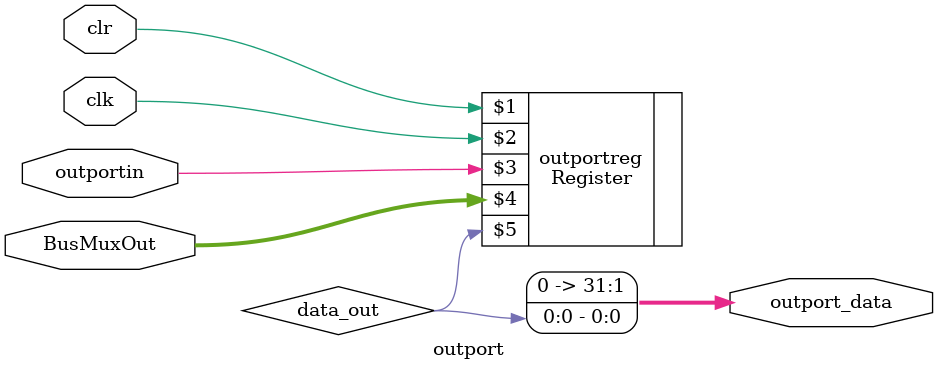
<source format=v>
module outport(
	input clr,clk,outportin, 
	input [31:0]BusMuxOut,
	output [31:0]outport_data
	);
	wire data_out;
	Register	outportreg(clr, clk, outportin,BusMuxOut, data_out);
	assign outport_data=data_out;
					
endmodule 

</source>
